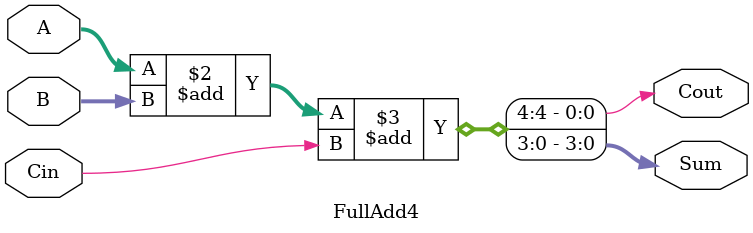
<source format=v>
  	                                            		

module FullAdd4(  input [3:0] A,  
                  input [3:0] B,  
                  input Cin,  
                  output reg Cout,  
                  output reg [3:0] Sum);  
  
  always @ (A , B , Cin) 
  begin
    {Cout, Sum} = A + B + Cin;  
  end  
endmodule   // FullAdd4
</source>
